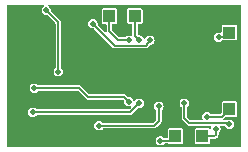
<source format=gbl>
G04 #@! TF.GenerationSoftware,KiCad,Pcbnew,(6.0.9)*
G04 #@! TF.CreationDate,2024-03-06T19:42:55+11:00*
G04 #@! TF.ProjectId,psneev8,70736e65-6576-4382-9e6b-696361645f70,rev?*
G04 #@! TF.SameCoordinates,Original*
G04 #@! TF.FileFunction,Copper,L2,Bot*
G04 #@! TF.FilePolarity,Positive*
%FSLAX46Y46*%
G04 Gerber Fmt 4.6, Leading zero omitted, Abs format (unit mm)*
G04 Created by KiCad (PCBNEW (6.0.9)) date 2024-03-06 19:42:55*
%MOMM*%
%LPD*%
G01*
G04 APERTURE LIST*
G04 #@! TA.AperFunction,SMDPad,CuDef*
%ADD10R,1.000000X1.000000*%
G04 #@! TD*
G04 #@! TA.AperFunction,ViaPad*
%ADD11C,0.500000*%
G04 #@! TD*
G04 #@! TA.AperFunction,Conductor*
%ADD12C,0.152400*%
G04 #@! TD*
G04 APERTURE END LIST*
D10*
X104394000Y-135382000D03*
X104394000Y-128905000D03*
X94234000Y-127508000D03*
X96393000Y-127508000D03*
X99822000Y-137668000D03*
X102108000Y-137668000D03*
D11*
X100584000Y-134874000D03*
X88900000Y-127029900D03*
X89916000Y-132207000D03*
X104394000Y-136652000D03*
X100330000Y-131953000D03*
X103505000Y-129286000D03*
X97663000Y-129540000D03*
X92837000Y-128143000D03*
X87884000Y-133604000D03*
X95885000Y-134747000D03*
X87757000Y-135636000D03*
X96774000Y-134874000D03*
X98425000Y-135128000D03*
X93345000Y-136779000D03*
X96774000Y-129540000D03*
X95885000Y-129540000D03*
X102489000Y-136017000D03*
X98552000Y-138049000D03*
X103251000Y-137033000D03*
D12*
X89916000Y-128045900D02*
X88900000Y-127029900D01*
X104394000Y-136652000D02*
X104296400Y-136554400D01*
X89916000Y-132207000D02*
X89916000Y-128045900D01*
X104296400Y-136554400D02*
X100994400Y-136554400D01*
X100994400Y-136554400D02*
X100584000Y-136144000D01*
X100584000Y-136144000D02*
X100584000Y-134874000D01*
X103505000Y-129286000D02*
X104013000Y-129286000D01*
X97536000Y-129794000D02*
X97663000Y-129667000D01*
X104013000Y-129286000D02*
X104394000Y-128905000D01*
X94712600Y-130018600D02*
X97311400Y-130018600D01*
X97663000Y-129667000D02*
X97663000Y-129540000D01*
X92837000Y-128143000D02*
X94712600Y-130018600D01*
X97311400Y-130018600D02*
X97536000Y-129794000D01*
X95758000Y-134620000D02*
X95885000Y-134747000D01*
X91694000Y-133604000D02*
X92456000Y-134366000D01*
X87884000Y-133604000D02*
X91694000Y-133604000D01*
X92456000Y-134366000D02*
X95504000Y-134366000D01*
X95504000Y-134366000D02*
X95758000Y-134620000D01*
X87757000Y-135636000D02*
X96012000Y-135636000D01*
X96012000Y-135636000D02*
X96774000Y-134874000D01*
X98044000Y-136779000D02*
X98425000Y-136398000D01*
X93345000Y-136779000D02*
X98044000Y-136779000D01*
X98425000Y-136398000D02*
X98425000Y-135128000D01*
X96774000Y-129540000D02*
X96393000Y-129159000D01*
X96393000Y-129159000D02*
X96393000Y-127508000D01*
X94234000Y-127508000D02*
X94234000Y-128778000D01*
X94996000Y-129540000D02*
X95885000Y-129540000D01*
X94234000Y-128778000D02*
X94996000Y-129540000D01*
X103759000Y-136017000D02*
X104394000Y-135382000D01*
X102489000Y-136017000D02*
X103759000Y-136017000D01*
X99441000Y-138049000D02*
X99822000Y-137668000D01*
X98552000Y-138049000D02*
X99441000Y-138049000D01*
X103251000Y-137033000D02*
X103251000Y-137541000D01*
X103251000Y-137541000D02*
X103124000Y-137668000D01*
X103124000Y-137668000D02*
X102108000Y-137668000D01*
G04 #@! TA.AperFunction,Conductor*
G36*
X88703539Y-126562313D02*
G01*
X88728849Y-126606150D01*
X88720059Y-126656000D01*
X88689568Y-126684934D01*
X88665420Y-126697238D01*
X88665415Y-126697242D01*
X88660229Y-126699884D01*
X88569984Y-126790129D01*
X88567343Y-126795312D01*
X88567341Y-126795315D01*
X88530296Y-126868021D01*
X88512043Y-126903845D01*
X88492078Y-127029900D01*
X88512043Y-127155955D01*
X88514686Y-127161143D01*
X88514687Y-127161145D01*
X88567341Y-127264485D01*
X88567343Y-127264488D01*
X88569984Y-127269671D01*
X88660229Y-127359916D01*
X88665412Y-127362557D01*
X88665415Y-127362559D01*
X88768755Y-127415213D01*
X88768757Y-127415214D01*
X88773945Y-127417857D01*
X88900000Y-127437822D01*
X88935210Y-127432245D01*
X88984898Y-127441903D01*
X88999112Y-127453008D01*
X89665226Y-128119123D01*
X89686618Y-128165000D01*
X89686900Y-128171449D01*
X89686900Y-131835661D01*
X89669587Y-131883227D01*
X89665226Y-131887987D01*
X89585984Y-131967229D01*
X89583343Y-131972412D01*
X89583341Y-131972415D01*
X89530687Y-132075755D01*
X89528043Y-132080945D01*
X89508078Y-132207000D01*
X89528043Y-132333055D01*
X89530686Y-132338243D01*
X89530687Y-132338245D01*
X89583341Y-132441585D01*
X89583343Y-132441588D01*
X89585984Y-132446771D01*
X89676229Y-132537016D01*
X89681412Y-132539657D01*
X89681415Y-132539659D01*
X89784755Y-132592313D01*
X89784757Y-132592314D01*
X89789945Y-132594957D01*
X89916000Y-132614922D01*
X90042055Y-132594957D01*
X90047243Y-132592314D01*
X90047245Y-132592313D01*
X90150585Y-132539659D01*
X90150588Y-132539657D01*
X90155771Y-132537016D01*
X90246016Y-132446771D01*
X90248657Y-132441588D01*
X90248659Y-132441585D01*
X90301313Y-132338245D01*
X90301314Y-132338243D01*
X90303957Y-132333055D01*
X90323922Y-132207000D01*
X90303957Y-132080945D01*
X90301313Y-132075755D01*
X90248659Y-131972415D01*
X90248657Y-131972412D01*
X90246016Y-131967229D01*
X90166774Y-131887987D01*
X90145382Y-131842111D01*
X90145100Y-131835661D01*
X90145100Y-128143000D01*
X92429078Y-128143000D01*
X92449043Y-128269055D01*
X92451686Y-128274243D01*
X92451687Y-128274245D01*
X92504341Y-128377585D01*
X92504343Y-128377588D01*
X92506984Y-128382771D01*
X92597229Y-128473016D01*
X92602412Y-128475657D01*
X92602415Y-128475659D01*
X92705755Y-128528313D01*
X92705757Y-128528314D01*
X92710945Y-128530957D01*
X92837000Y-128550922D01*
X92872210Y-128545345D01*
X92921898Y-128555003D01*
X92936112Y-128566108D01*
X94544995Y-130174992D01*
X94547662Y-130177802D01*
X94574930Y-130208086D01*
X94590531Y-130215032D01*
X94597626Y-130218191D01*
X94607827Y-130223730D01*
X94628664Y-130237261D01*
X94637348Y-130238636D01*
X94655868Y-130244123D01*
X94656795Y-130244536D01*
X94656799Y-130244537D01*
X94663903Y-130247700D01*
X94688747Y-130247700D01*
X94700323Y-130248611D01*
X94724858Y-130252497D01*
X94732370Y-130250484D01*
X94732374Y-130250484D01*
X94733351Y-130250222D01*
X94752504Y-130247700D01*
X97303465Y-130247700D01*
X97307338Y-130247801D01*
X97348039Y-130249934D01*
X97355297Y-130247148D01*
X97355298Y-130247148D01*
X97371229Y-130241033D01*
X97382359Y-130237736D01*
X97389226Y-130236276D01*
X97406665Y-130232569D01*
X97413780Y-130227400D01*
X97430753Y-130218184D01*
X97431699Y-130217821D01*
X97431700Y-130217820D01*
X97438964Y-130215032D01*
X97456533Y-130197463D01*
X97465363Y-130189922D01*
X97485458Y-130175322D01*
X97489854Y-130167708D01*
X97501614Y-130152382D01*
X97697178Y-129956818D01*
X97737927Y-129936055D01*
X97757925Y-129932887D01*
X97789055Y-129927957D01*
X97794243Y-129925314D01*
X97794245Y-129925313D01*
X97897585Y-129872659D01*
X97897588Y-129872657D01*
X97902771Y-129870016D01*
X97993016Y-129779771D01*
X97995657Y-129774588D01*
X97995659Y-129774585D01*
X98048313Y-129671245D01*
X98048314Y-129671243D01*
X98050957Y-129666055D01*
X98070922Y-129540000D01*
X98050957Y-129413945D01*
X98048313Y-129408755D01*
X97995659Y-129305415D01*
X97995657Y-129305412D01*
X97993016Y-129300229D01*
X97978787Y-129286000D01*
X103097078Y-129286000D01*
X103117043Y-129412055D01*
X103119686Y-129417243D01*
X103119687Y-129417245D01*
X103172341Y-129520585D01*
X103172343Y-129520588D01*
X103174984Y-129525771D01*
X103265229Y-129616016D01*
X103270412Y-129618657D01*
X103270415Y-129618659D01*
X103373755Y-129671313D01*
X103373757Y-129671314D01*
X103378945Y-129673957D01*
X103505000Y-129693922D01*
X103631055Y-129673957D01*
X103636243Y-129671314D01*
X103636245Y-129671313D01*
X103739585Y-129618659D01*
X103739588Y-129618657D01*
X103744771Y-129616016D01*
X103787537Y-129573250D01*
X103833413Y-129551858D01*
X103854300Y-129552998D01*
X103875373Y-129557190D01*
X103875374Y-129557190D01*
X103878943Y-129557900D01*
X104393929Y-129557900D01*
X104909056Y-129557899D01*
X104953658Y-129549028D01*
X104967170Y-129540000D01*
X104998173Y-129519284D01*
X105004234Y-129515234D01*
X105038028Y-129464658D01*
X105044916Y-129430034D01*
X105046190Y-129423627D01*
X105046190Y-129423626D01*
X105046900Y-129420057D01*
X105046899Y-128389944D01*
X105038028Y-128345342D01*
X105004234Y-128294766D01*
X104953658Y-128260972D01*
X104946513Y-128259551D01*
X104946511Y-128259550D01*
X104912627Y-128252810D01*
X104912626Y-128252810D01*
X104909057Y-128252100D01*
X104394071Y-128252100D01*
X103878944Y-128252101D01*
X103834342Y-128260972D01*
X103828284Y-128265020D01*
X103828282Y-128265021D01*
X103789827Y-128290716D01*
X103783766Y-128294766D01*
X103749972Y-128345342D01*
X103748551Y-128352487D01*
X103748550Y-128352489D01*
X103741810Y-128386373D01*
X103741100Y-128389943D01*
X103741101Y-128658900D01*
X103741101Y-128833357D01*
X103723788Y-128880923D01*
X103679951Y-128906233D01*
X103642391Y-128900619D01*
X103641784Y-128902487D01*
X103636245Y-128900688D01*
X103631055Y-128898043D01*
X103505000Y-128878078D01*
X103378945Y-128898043D01*
X103373757Y-128900686D01*
X103373755Y-128900687D01*
X103270415Y-128953341D01*
X103270412Y-128953343D01*
X103265229Y-128955984D01*
X103174984Y-129046229D01*
X103172343Y-129051412D01*
X103172341Y-129051415D01*
X103128400Y-129137655D01*
X103117043Y-129159945D01*
X103097078Y-129286000D01*
X97978787Y-129286000D01*
X97902771Y-129209984D01*
X97897588Y-129207343D01*
X97897585Y-129207341D01*
X97794245Y-129154687D01*
X97794243Y-129154686D01*
X97789055Y-129152043D01*
X97663000Y-129132078D01*
X97536945Y-129152043D01*
X97531757Y-129154686D01*
X97531755Y-129154687D01*
X97428415Y-129207341D01*
X97428412Y-129207343D01*
X97423229Y-129209984D01*
X97332984Y-129300229D01*
X97330343Y-129305412D01*
X97330341Y-129305415D01*
X97284435Y-129395512D01*
X97247414Y-129430034D01*
X97196865Y-129432684D01*
X97156438Y-129402220D01*
X97152565Y-129395512D01*
X97106659Y-129305415D01*
X97106657Y-129305412D01*
X97104016Y-129300229D01*
X97013771Y-129209984D01*
X97008588Y-129207343D01*
X97008585Y-129207341D01*
X96905245Y-129154687D01*
X96905243Y-129154686D01*
X96900055Y-129152043D01*
X96774000Y-129132078D01*
X96738790Y-129137655D01*
X96689103Y-129127997D01*
X96674889Y-129116892D01*
X96643774Y-129085777D01*
X96622382Y-129039901D01*
X96622100Y-129033451D01*
X96622100Y-128234899D01*
X96639413Y-128187333D01*
X96683250Y-128162023D01*
X96696100Y-128160899D01*
X96908056Y-128160899D01*
X96952658Y-128152028D01*
X96966170Y-128143000D01*
X96997173Y-128122284D01*
X97003234Y-128118234D01*
X97037028Y-128067658D01*
X97038451Y-128060508D01*
X97045190Y-128026627D01*
X97045190Y-128026626D01*
X97045900Y-128023057D01*
X97045899Y-126992944D01*
X97037028Y-126948342D01*
X97003234Y-126897766D01*
X96952658Y-126863972D01*
X96945513Y-126862551D01*
X96945511Y-126862550D01*
X96911627Y-126855810D01*
X96911626Y-126855810D01*
X96908057Y-126855100D01*
X96393071Y-126855100D01*
X95877944Y-126855101D01*
X95833342Y-126863972D01*
X95782766Y-126897766D01*
X95748972Y-126948342D01*
X95747551Y-126955487D01*
X95747550Y-126955489D01*
X95740810Y-126989373D01*
X95740100Y-126992943D01*
X95740101Y-128023056D01*
X95748972Y-128067658D01*
X95782766Y-128118234D01*
X95833342Y-128152028D01*
X95840487Y-128153449D01*
X95840489Y-128153450D01*
X95874373Y-128160190D01*
X95874374Y-128160190D01*
X95877943Y-128160900D01*
X96089900Y-128160900D01*
X96137466Y-128178213D01*
X96162776Y-128222050D01*
X96163900Y-128234900D01*
X96163900Y-129109164D01*
X96146587Y-129156730D01*
X96102750Y-129182040D01*
X96056305Y-129175098D01*
X96016250Y-129154689D01*
X96016245Y-129154687D01*
X96011055Y-129152043D01*
X95885000Y-129132078D01*
X95758945Y-129152043D01*
X95753757Y-129154686D01*
X95753755Y-129154687D01*
X95650415Y-129207341D01*
X95650412Y-129207343D01*
X95645229Y-129209984D01*
X95565987Y-129289226D01*
X95520111Y-129310618D01*
X95513661Y-129310900D01*
X95121548Y-129310900D01*
X95073982Y-129293587D01*
X95069222Y-129289226D01*
X94484774Y-128704777D01*
X94463382Y-128658900D01*
X94463100Y-128652451D01*
X94463100Y-128234899D01*
X94480413Y-128187333D01*
X94524250Y-128162023D01*
X94537100Y-128160899D01*
X94749056Y-128160899D01*
X94793658Y-128152028D01*
X94807170Y-128143000D01*
X94838173Y-128122284D01*
X94844234Y-128118234D01*
X94878028Y-128067658D01*
X94879451Y-128060508D01*
X94886190Y-128026627D01*
X94886190Y-128026626D01*
X94886900Y-128023057D01*
X94886899Y-126992944D01*
X94878028Y-126948342D01*
X94844234Y-126897766D01*
X94793658Y-126863972D01*
X94786513Y-126862551D01*
X94786511Y-126862550D01*
X94752627Y-126855810D01*
X94752626Y-126855810D01*
X94749057Y-126855100D01*
X94234071Y-126855100D01*
X93718944Y-126855101D01*
X93674342Y-126863972D01*
X93623766Y-126897766D01*
X93589972Y-126948342D01*
X93588551Y-126955487D01*
X93588550Y-126955489D01*
X93581810Y-126989373D01*
X93581100Y-126992943D01*
X93581101Y-128023056D01*
X93589972Y-128067658D01*
X93623766Y-128118234D01*
X93674342Y-128152028D01*
X93681487Y-128153449D01*
X93681489Y-128153450D01*
X93715373Y-128160190D01*
X93715374Y-128160190D01*
X93718943Y-128160900D01*
X93930900Y-128160900D01*
X93978466Y-128178213D01*
X94003776Y-128222050D01*
X94004900Y-128234900D01*
X94004900Y-128770065D01*
X94004799Y-128773939D01*
X94002897Y-128810224D01*
X93983118Y-128856818D01*
X93938016Y-128879799D01*
X93888694Y-128868411D01*
X93876675Y-128858679D01*
X93260108Y-128242111D01*
X93238716Y-128196234D01*
X93239345Y-128178213D01*
X93244922Y-128143000D01*
X93224957Y-128016945D01*
X93221042Y-128009261D01*
X93169659Y-127908415D01*
X93169657Y-127908412D01*
X93167016Y-127903229D01*
X93076771Y-127812984D01*
X93071588Y-127810343D01*
X93071585Y-127810341D01*
X92968245Y-127757687D01*
X92968243Y-127757686D01*
X92963055Y-127755043D01*
X92837000Y-127735078D01*
X92710945Y-127755043D01*
X92705757Y-127757686D01*
X92705755Y-127757687D01*
X92602415Y-127810341D01*
X92602412Y-127810343D01*
X92597229Y-127812984D01*
X92506984Y-127903229D01*
X92504343Y-127908412D01*
X92504341Y-127908415D01*
X92452958Y-128009261D01*
X92449043Y-128016945D01*
X92429078Y-128143000D01*
X90145100Y-128143000D01*
X90145100Y-128053835D01*
X90145201Y-128049962D01*
X90146927Y-128017025D01*
X90147334Y-128009261D01*
X90138433Y-127986071D01*
X90135136Y-127974941D01*
X90131586Y-127958243D01*
X90129969Y-127950635D01*
X90124800Y-127943520D01*
X90115584Y-127926547D01*
X90115221Y-127925601D01*
X90115220Y-127925600D01*
X90112432Y-127918336D01*
X90094863Y-127900767D01*
X90087322Y-127891937D01*
X90077293Y-127878134D01*
X90072722Y-127871842D01*
X90065108Y-127867446D01*
X90049782Y-127855686D01*
X89323108Y-127129011D01*
X89301716Y-127083134D01*
X89302345Y-127065113D01*
X89307922Y-127029900D01*
X89287957Y-126903845D01*
X89269704Y-126868021D01*
X89232659Y-126795315D01*
X89232657Y-126795312D01*
X89230016Y-126790129D01*
X89139771Y-126699884D01*
X89134585Y-126697242D01*
X89134580Y-126697238D01*
X89110432Y-126684934D01*
X89075910Y-126647914D01*
X89073260Y-126597364D01*
X89103724Y-126556938D01*
X89144027Y-126545000D01*
X105312500Y-126545000D01*
X105360066Y-126562313D01*
X105385376Y-126606150D01*
X105386500Y-126619000D01*
X105386500Y-138557000D01*
X105369187Y-138604566D01*
X105325350Y-138629876D01*
X105312500Y-138631000D01*
X85624500Y-138631000D01*
X85576934Y-138613687D01*
X85551624Y-138569850D01*
X85550500Y-138557000D01*
X85550500Y-138049000D01*
X98144078Y-138049000D01*
X98164043Y-138175055D01*
X98166686Y-138180243D01*
X98166687Y-138180245D01*
X98219341Y-138283585D01*
X98219343Y-138283588D01*
X98221984Y-138288771D01*
X98312229Y-138379016D01*
X98317412Y-138381657D01*
X98317415Y-138381659D01*
X98420755Y-138434313D01*
X98420757Y-138434314D01*
X98425945Y-138436957D01*
X98552000Y-138456922D01*
X98678055Y-138436957D01*
X98683243Y-138434314D01*
X98683245Y-138434313D01*
X98786585Y-138381659D01*
X98786588Y-138381657D01*
X98791771Y-138379016D01*
X98871013Y-138299774D01*
X98916889Y-138278382D01*
X98923339Y-138278100D01*
X99189118Y-138278100D01*
X99230231Y-138290572D01*
X99256283Y-138307980D01*
X99256285Y-138307981D01*
X99262342Y-138312028D01*
X99269487Y-138313449D01*
X99269489Y-138313450D01*
X99303373Y-138320190D01*
X99303374Y-138320190D01*
X99306943Y-138320900D01*
X99821929Y-138320900D01*
X100337056Y-138320899D01*
X100381658Y-138312028D01*
X100399998Y-138299774D01*
X100426173Y-138282284D01*
X100432234Y-138278234D01*
X100466028Y-138227658D01*
X100467451Y-138220508D01*
X100474190Y-138186627D01*
X100474190Y-138186626D01*
X100474900Y-138183057D01*
X100474899Y-137152944D01*
X100466028Y-137108342D01*
X100437989Y-137066378D01*
X100436284Y-137063827D01*
X100432234Y-137057766D01*
X100381658Y-137023972D01*
X100374513Y-137022551D01*
X100374511Y-137022550D01*
X100340627Y-137015810D01*
X100340626Y-137015810D01*
X100337057Y-137015100D01*
X99822071Y-137015100D01*
X99306944Y-137015101D01*
X99262342Y-137023972D01*
X99256284Y-137028020D01*
X99256282Y-137028021D01*
X99242376Y-137037313D01*
X99211766Y-137057766D01*
X99207716Y-137063827D01*
X99195066Y-137082760D01*
X99177972Y-137108342D01*
X99176551Y-137115487D01*
X99176550Y-137115489D01*
X99169810Y-137149373D01*
X99169100Y-137152943D01*
X99169100Y-137156583D01*
X99169101Y-137745900D01*
X99151788Y-137793466D01*
X99107951Y-137818776D01*
X99095101Y-137819900D01*
X98923339Y-137819900D01*
X98875773Y-137802587D01*
X98871013Y-137798226D01*
X98791771Y-137718984D01*
X98786588Y-137716343D01*
X98786585Y-137716341D01*
X98683245Y-137663687D01*
X98683243Y-137663686D01*
X98678055Y-137661043D01*
X98552000Y-137641078D01*
X98425945Y-137661043D01*
X98420757Y-137663686D01*
X98420755Y-137663687D01*
X98317415Y-137716341D01*
X98317412Y-137716343D01*
X98312229Y-137718984D01*
X98221984Y-137809229D01*
X98219343Y-137814412D01*
X98219341Y-137814415D01*
X98176073Y-137899334D01*
X98164043Y-137922945D01*
X98144078Y-138049000D01*
X85550500Y-138049000D01*
X85550500Y-136779000D01*
X92937078Y-136779000D01*
X92957043Y-136905055D01*
X92959686Y-136910243D01*
X92959687Y-136910245D01*
X93012341Y-137013585D01*
X93012343Y-137013588D01*
X93014984Y-137018771D01*
X93105229Y-137109016D01*
X93110412Y-137111657D01*
X93110415Y-137111659D01*
X93213755Y-137164313D01*
X93213757Y-137164314D01*
X93218945Y-137166957D01*
X93345000Y-137186922D01*
X93471055Y-137166957D01*
X93476243Y-137164314D01*
X93476245Y-137164313D01*
X93579585Y-137111659D01*
X93579588Y-137111657D01*
X93584771Y-137109016D01*
X93664013Y-137029774D01*
X93709889Y-137008382D01*
X93716339Y-137008100D01*
X98036065Y-137008100D01*
X98039938Y-137008201D01*
X98080639Y-137010334D01*
X98087897Y-137007548D01*
X98087898Y-137007548D01*
X98103829Y-137001433D01*
X98114959Y-136998136D01*
X98121826Y-136996676D01*
X98139265Y-136992969D01*
X98146380Y-136987800D01*
X98163353Y-136978584D01*
X98164299Y-136978221D01*
X98164300Y-136978220D01*
X98171564Y-136975432D01*
X98189133Y-136957863D01*
X98197963Y-136950322D01*
X98218058Y-136935722D01*
X98222454Y-136928108D01*
X98234214Y-136912782D01*
X98581382Y-136565614D01*
X98584192Y-136562947D01*
X98598995Y-136549618D01*
X98614486Y-136535670D01*
X98624594Y-136512967D01*
X98630126Y-136502779D01*
X98643661Y-136481937D01*
X98645036Y-136473253D01*
X98650523Y-136454732D01*
X98650936Y-136453805D01*
X98650937Y-136453801D01*
X98654100Y-136446697D01*
X98654100Y-136421853D01*
X98655011Y-136410277D01*
X98657680Y-136393425D01*
X98658897Y-136385742D01*
X98656884Y-136378230D01*
X98656884Y-136378226D01*
X98656622Y-136377249D01*
X98654100Y-136358096D01*
X98654100Y-135499339D01*
X98671413Y-135451773D01*
X98675774Y-135447013D01*
X98755016Y-135367771D01*
X98757657Y-135362588D01*
X98757659Y-135362585D01*
X98810313Y-135259245D01*
X98810314Y-135259243D01*
X98812957Y-135254055D01*
X98832922Y-135128000D01*
X98812957Y-135001945D01*
X98810313Y-134996755D01*
X98757659Y-134893415D01*
X98757657Y-134893412D01*
X98755016Y-134888229D01*
X98740787Y-134874000D01*
X100176078Y-134874000D01*
X100196043Y-135000055D01*
X100198686Y-135005243D01*
X100198687Y-135005245D01*
X100251341Y-135108585D01*
X100251343Y-135108588D01*
X100253984Y-135113771D01*
X100333226Y-135193013D01*
X100354618Y-135238889D01*
X100354900Y-135245339D01*
X100354900Y-136136065D01*
X100354799Y-136139938D01*
X100352666Y-136180639D01*
X100355452Y-136187897D01*
X100355452Y-136187898D01*
X100361567Y-136203829D01*
X100364864Y-136214959D01*
X100370031Y-136239265D01*
X100374997Y-136246100D01*
X100375200Y-136246379D01*
X100384416Y-136263353D01*
X100387568Y-136271564D01*
X100405137Y-136289133D01*
X100412678Y-136297963D01*
X100427278Y-136318058D01*
X100434757Y-136322376D01*
X100434892Y-136322454D01*
X100450218Y-136334214D01*
X100826786Y-136710782D01*
X100829453Y-136713592D01*
X100856730Y-136743886D01*
X100879433Y-136753994D01*
X100889621Y-136759526D01*
X100910463Y-136773061D01*
X100919146Y-136774436D01*
X100937668Y-136779923D01*
X100938595Y-136780336D01*
X100938599Y-136780337D01*
X100945703Y-136783500D01*
X100970547Y-136783500D01*
X100982123Y-136784411D01*
X101006658Y-136788297D01*
X101014170Y-136786284D01*
X101014174Y-136786284D01*
X101015151Y-136786022D01*
X101034304Y-136783500D01*
X102805184Y-136783500D01*
X102852750Y-136800813D01*
X102878060Y-136844650D01*
X102871118Y-136891095D01*
X102865689Y-136901750D01*
X102865687Y-136901755D01*
X102863043Y-136906945D01*
X102845801Y-137015812D01*
X102845067Y-137020445D01*
X102820527Y-137064717D01*
X102773270Y-137082858D01*
X102725409Y-137066378D01*
X102721844Y-137063168D01*
X102718234Y-137057766D01*
X102667658Y-137023972D01*
X102660513Y-137022551D01*
X102660511Y-137022550D01*
X102626627Y-137015810D01*
X102626626Y-137015810D01*
X102623057Y-137015100D01*
X102108071Y-137015100D01*
X101592944Y-137015101D01*
X101548342Y-137023972D01*
X101542284Y-137028020D01*
X101542282Y-137028021D01*
X101528376Y-137037313D01*
X101497766Y-137057766D01*
X101493716Y-137063827D01*
X101481066Y-137082760D01*
X101463972Y-137108342D01*
X101462551Y-137115487D01*
X101462550Y-137115489D01*
X101455810Y-137149373D01*
X101455100Y-137152943D01*
X101455101Y-138183056D01*
X101463972Y-138227658D01*
X101497766Y-138278234D01*
X101548342Y-138312028D01*
X101555487Y-138313449D01*
X101555489Y-138313450D01*
X101589373Y-138320190D01*
X101589374Y-138320190D01*
X101592943Y-138320900D01*
X102107929Y-138320900D01*
X102623056Y-138320899D01*
X102667658Y-138312028D01*
X102685998Y-138299774D01*
X102712173Y-138282284D01*
X102718234Y-138278234D01*
X102752028Y-138227658D01*
X102753451Y-138220508D01*
X102760190Y-138186627D01*
X102760190Y-138186626D01*
X102760900Y-138183057D01*
X102760900Y-137971100D01*
X102778213Y-137923534D01*
X102822050Y-137898224D01*
X102834900Y-137897100D01*
X103116065Y-137897100D01*
X103119938Y-137897201D01*
X103160639Y-137899334D01*
X103167897Y-137896548D01*
X103167898Y-137896548D01*
X103183829Y-137890433D01*
X103194959Y-137887136D01*
X103201826Y-137885676D01*
X103219265Y-137881969D01*
X103226380Y-137876800D01*
X103243353Y-137867584D01*
X103244301Y-137867220D01*
X103244302Y-137867220D01*
X103251564Y-137864432D01*
X103257062Y-137858934D01*
X103257067Y-137858931D01*
X103269134Y-137846864D01*
X103277960Y-137839325D01*
X103291768Y-137829293D01*
X103291770Y-137829291D01*
X103298058Y-137824722D01*
X103302454Y-137817108D01*
X103314214Y-137801782D01*
X103407401Y-137708596D01*
X103410211Y-137705930D01*
X103434706Y-137683874D01*
X103440486Y-137678670D01*
X103450592Y-137655972D01*
X103456131Y-137645771D01*
X103458587Y-137641989D01*
X103469661Y-137624936D01*
X103471036Y-137616252D01*
X103476523Y-137597732D01*
X103476936Y-137596805D01*
X103476937Y-137596801D01*
X103480100Y-137589697D01*
X103480100Y-137564853D01*
X103481011Y-137553276D01*
X103483680Y-137536425D01*
X103484897Y-137528742D01*
X103482884Y-137521230D01*
X103482884Y-137521226D01*
X103482622Y-137520249D01*
X103480100Y-137501096D01*
X103480100Y-137404339D01*
X103497413Y-137356773D01*
X103501774Y-137352013D01*
X103581016Y-137272771D01*
X103583657Y-137267588D01*
X103583659Y-137267585D01*
X103636313Y-137164245D01*
X103636314Y-137164243D01*
X103638957Y-137159055D01*
X103658922Y-137033000D01*
X103638957Y-136906945D01*
X103636313Y-136901755D01*
X103636311Y-136901750D01*
X103630882Y-136891095D01*
X103624713Y-136840854D01*
X103652282Y-136798401D01*
X103696816Y-136783500D01*
X103963470Y-136783500D01*
X104011036Y-136800813D01*
X104029404Y-136823904D01*
X104063984Y-136891771D01*
X104154229Y-136982016D01*
X104159412Y-136984657D01*
X104159415Y-136984659D01*
X104262755Y-137037313D01*
X104262757Y-137037314D01*
X104267945Y-137039957D01*
X104394000Y-137059922D01*
X104520055Y-137039957D01*
X104525243Y-137037314D01*
X104525245Y-137037313D01*
X104628585Y-136984659D01*
X104628588Y-136984657D01*
X104633771Y-136982016D01*
X104724016Y-136891771D01*
X104726657Y-136886588D01*
X104726659Y-136886585D01*
X104779313Y-136783245D01*
X104779314Y-136783243D01*
X104781957Y-136778055D01*
X104801922Y-136652000D01*
X104781957Y-136525945D01*
X104772638Y-136507655D01*
X104726659Y-136417415D01*
X104726657Y-136417412D01*
X104724016Y-136412229D01*
X104633771Y-136321984D01*
X104628588Y-136319343D01*
X104628585Y-136319341D01*
X104525245Y-136266687D01*
X104525243Y-136266686D01*
X104520055Y-136264043D01*
X104394000Y-136244078D01*
X104267945Y-136264043D01*
X104262757Y-136266686D01*
X104262755Y-136266687D01*
X104163549Y-136317235D01*
X104129954Y-136325300D01*
X103953348Y-136325300D01*
X103905782Y-136307987D01*
X103880472Y-136264150D01*
X103889262Y-136214300D01*
X103901022Y-136198974D01*
X103904133Y-136195863D01*
X103912963Y-136188322D01*
X103913547Y-136187898D01*
X103933058Y-136173722D01*
X103937454Y-136166108D01*
X103949214Y-136150782D01*
X104043422Y-136056574D01*
X104089298Y-136035182D01*
X104095748Y-136034900D01*
X104819450Y-136034899D01*
X104909056Y-136034899D01*
X104953658Y-136026028D01*
X104960715Y-136021313D01*
X104998173Y-135996284D01*
X105004234Y-135992234D01*
X105038028Y-135941658D01*
X105046900Y-135897057D01*
X105046899Y-134866944D01*
X105038028Y-134822342D01*
X105021753Y-134797984D01*
X105008284Y-134777827D01*
X105004234Y-134771766D01*
X104953658Y-134737972D01*
X104946513Y-134736551D01*
X104946511Y-134736550D01*
X104912627Y-134729810D01*
X104912626Y-134729810D01*
X104909057Y-134729100D01*
X104394071Y-134729100D01*
X103878944Y-134729101D01*
X103834342Y-134737972D01*
X103828284Y-134742020D01*
X103828282Y-134742021D01*
X103819416Y-134747945D01*
X103783766Y-134771766D01*
X103749972Y-134822342D01*
X103748551Y-134829487D01*
X103748550Y-134829489D01*
X103741810Y-134863373D01*
X103741100Y-134866943D01*
X103741101Y-135281922D01*
X103741101Y-135680250D01*
X103723788Y-135727816D01*
X103719427Y-135732576D01*
X103685777Y-135766226D01*
X103639901Y-135787618D01*
X103633451Y-135787900D01*
X102860339Y-135787900D01*
X102812773Y-135770587D01*
X102808013Y-135766226D01*
X102728771Y-135686984D01*
X102723588Y-135684343D01*
X102723585Y-135684341D01*
X102620245Y-135631687D01*
X102620243Y-135631686D01*
X102615055Y-135629043D01*
X102489000Y-135609078D01*
X102362945Y-135629043D01*
X102357757Y-135631686D01*
X102357755Y-135631687D01*
X102254415Y-135684341D01*
X102254412Y-135684343D01*
X102249229Y-135686984D01*
X102158984Y-135777229D01*
X102156343Y-135782412D01*
X102156341Y-135782415D01*
X102106677Y-135879887D01*
X102101043Y-135890945D01*
X102081078Y-136017000D01*
X102101043Y-136143055D01*
X102103686Y-136148243D01*
X102103687Y-136148245D01*
X102139079Y-136217705D01*
X102145247Y-136267946D01*
X102117678Y-136310399D01*
X102073144Y-136325300D01*
X101119948Y-136325300D01*
X101072382Y-136307987D01*
X101067622Y-136303626D01*
X100834774Y-136070777D01*
X100813382Y-136024900D01*
X100813100Y-136018451D01*
X100813100Y-135245339D01*
X100830413Y-135197773D01*
X100834774Y-135193013D01*
X100914016Y-135113771D01*
X100916657Y-135108588D01*
X100916659Y-135108585D01*
X100969313Y-135005245D01*
X100969314Y-135005243D01*
X100971957Y-135000055D01*
X100991922Y-134874000D01*
X100971957Y-134747945D01*
X100968939Y-134742021D01*
X100916659Y-134639415D01*
X100916657Y-134639412D01*
X100914016Y-134634229D01*
X100823771Y-134543984D01*
X100818588Y-134541343D01*
X100818585Y-134541341D01*
X100715245Y-134488687D01*
X100715243Y-134488686D01*
X100710055Y-134486043D01*
X100584000Y-134466078D01*
X100457945Y-134486043D01*
X100452757Y-134488686D01*
X100452755Y-134488687D01*
X100349415Y-134541341D01*
X100349412Y-134541343D01*
X100344229Y-134543984D01*
X100253984Y-134634229D01*
X100251343Y-134639412D01*
X100251341Y-134639415D01*
X100199061Y-134742021D01*
X100196043Y-134747945D01*
X100176078Y-134874000D01*
X98740787Y-134874000D01*
X98664771Y-134797984D01*
X98659588Y-134795343D01*
X98659585Y-134795341D01*
X98556245Y-134742687D01*
X98556243Y-134742686D01*
X98551055Y-134740043D01*
X98425000Y-134720078D01*
X98298945Y-134740043D01*
X98293757Y-134742686D01*
X98293755Y-134742687D01*
X98190415Y-134795341D01*
X98190412Y-134795343D01*
X98185229Y-134797984D01*
X98094984Y-134888229D01*
X98092343Y-134893412D01*
X98092341Y-134893415D01*
X98039687Y-134996755D01*
X98037043Y-135001945D01*
X98017078Y-135128000D01*
X98037043Y-135254055D01*
X98039686Y-135259243D01*
X98039687Y-135259245D01*
X98092341Y-135362585D01*
X98092343Y-135362588D01*
X98094984Y-135367771D01*
X98174226Y-135447013D01*
X98195618Y-135492889D01*
X98195900Y-135499339D01*
X98195900Y-136272452D01*
X98178587Y-136320018D01*
X98174226Y-136324778D01*
X97970777Y-136528226D01*
X97924900Y-136549618D01*
X97918451Y-136549900D01*
X93716339Y-136549900D01*
X93668773Y-136532587D01*
X93664013Y-136528226D01*
X93584771Y-136448984D01*
X93579588Y-136446343D01*
X93579585Y-136446341D01*
X93476245Y-136393687D01*
X93476243Y-136393686D01*
X93471055Y-136391043D01*
X93345000Y-136371078D01*
X93218945Y-136391043D01*
X93213757Y-136393686D01*
X93213755Y-136393687D01*
X93110415Y-136446341D01*
X93110412Y-136446343D01*
X93105229Y-136448984D01*
X93014984Y-136539229D01*
X93012343Y-136544412D01*
X93012341Y-136544415D01*
X93002899Y-136562947D01*
X92957043Y-136652945D01*
X92937078Y-136779000D01*
X85550500Y-136779000D01*
X85550500Y-135636000D01*
X87349078Y-135636000D01*
X87369043Y-135762055D01*
X87371686Y-135767243D01*
X87371687Y-135767245D01*
X87424341Y-135870585D01*
X87424343Y-135870588D01*
X87426984Y-135875771D01*
X87517229Y-135966016D01*
X87522412Y-135968657D01*
X87522415Y-135968659D01*
X87625755Y-136021313D01*
X87625757Y-136021314D01*
X87630945Y-136023957D01*
X87757000Y-136043922D01*
X87883055Y-136023957D01*
X87888243Y-136021314D01*
X87888245Y-136021313D01*
X87991585Y-135968659D01*
X87991588Y-135968657D01*
X87996771Y-135966016D01*
X88076013Y-135886774D01*
X88121889Y-135865382D01*
X88128339Y-135865100D01*
X96004065Y-135865100D01*
X96007938Y-135865201D01*
X96048639Y-135867334D01*
X96055897Y-135864548D01*
X96055898Y-135864548D01*
X96071829Y-135858433D01*
X96082959Y-135855136D01*
X96089826Y-135853676D01*
X96107265Y-135849969D01*
X96114380Y-135844800D01*
X96131353Y-135835584D01*
X96132299Y-135835221D01*
X96132300Y-135835220D01*
X96139564Y-135832432D01*
X96157133Y-135814863D01*
X96165963Y-135807322D01*
X96186058Y-135792722D01*
X96190454Y-135785108D01*
X96202214Y-135769782D01*
X96674889Y-135297108D01*
X96720766Y-135275716D01*
X96738787Y-135276345D01*
X96774000Y-135281922D01*
X96900055Y-135261957D01*
X96905243Y-135259314D01*
X96905245Y-135259313D01*
X97008585Y-135206659D01*
X97008588Y-135206657D01*
X97013771Y-135204016D01*
X97104016Y-135113771D01*
X97106657Y-135108588D01*
X97106659Y-135108585D01*
X97159313Y-135005245D01*
X97159314Y-135005243D01*
X97161957Y-135000055D01*
X97181922Y-134874000D01*
X97161957Y-134747945D01*
X97158939Y-134742021D01*
X97106659Y-134639415D01*
X97106657Y-134639412D01*
X97104016Y-134634229D01*
X97013771Y-134543984D01*
X97008588Y-134541343D01*
X97008585Y-134541341D01*
X96905245Y-134488687D01*
X96905243Y-134488686D01*
X96900055Y-134486043D01*
X96774000Y-134466078D01*
X96647945Y-134486043D01*
X96642757Y-134488686D01*
X96642755Y-134488687D01*
X96539415Y-134541341D01*
X96539412Y-134541343D01*
X96534229Y-134543984D01*
X96443984Y-134634229D01*
X96418514Y-134684217D01*
X96381495Y-134718738D01*
X96330945Y-134721388D01*
X96290519Y-134690925D01*
X96279491Y-134662198D01*
X96273868Y-134626698D01*
X96272957Y-134620945D01*
X96262233Y-134599897D01*
X96217659Y-134512415D01*
X96217657Y-134512412D01*
X96215016Y-134507229D01*
X96124771Y-134416984D01*
X96119588Y-134414343D01*
X96119585Y-134414341D01*
X96016245Y-134361687D01*
X96016243Y-134361686D01*
X96011055Y-134359043D01*
X95885000Y-134339078D01*
X95849790Y-134344655D01*
X95800102Y-134334997D01*
X95785888Y-134323892D01*
X95671596Y-134209599D01*
X95668930Y-134206789D01*
X95646874Y-134182294D01*
X95641670Y-134176514D01*
X95618972Y-134166408D01*
X95608771Y-134160869D01*
X95587936Y-134147339D01*
X95579252Y-134145964D01*
X95560732Y-134140477D01*
X95559805Y-134140064D01*
X95559801Y-134140063D01*
X95552697Y-134136900D01*
X95527853Y-134136900D01*
X95516276Y-134135989D01*
X95504451Y-134134116D01*
X95491742Y-134132103D01*
X95484230Y-134134116D01*
X95484226Y-134134116D01*
X95483249Y-134134378D01*
X95464096Y-134136900D01*
X92581548Y-134136900D01*
X92533982Y-134119587D01*
X92529222Y-134115226D01*
X91861605Y-133447608D01*
X91858938Y-133444798D01*
X91836873Y-133420293D01*
X91831670Y-133414514D01*
X91808972Y-133404408D01*
X91798771Y-133398869D01*
X91777936Y-133385339D01*
X91769252Y-133383964D01*
X91750732Y-133378477D01*
X91749805Y-133378064D01*
X91749801Y-133378063D01*
X91742697Y-133374900D01*
X91717853Y-133374900D01*
X91706276Y-133373989D01*
X91694451Y-133372116D01*
X91681742Y-133370103D01*
X91674230Y-133372116D01*
X91674226Y-133372116D01*
X91673249Y-133372378D01*
X91654096Y-133374900D01*
X88255339Y-133374900D01*
X88207773Y-133357587D01*
X88203013Y-133353226D01*
X88123771Y-133273984D01*
X88118588Y-133271343D01*
X88118585Y-133271341D01*
X88015245Y-133218687D01*
X88015243Y-133218686D01*
X88010055Y-133216043D01*
X87884000Y-133196078D01*
X87757945Y-133216043D01*
X87752757Y-133218686D01*
X87752755Y-133218687D01*
X87649415Y-133271341D01*
X87649412Y-133271343D01*
X87644229Y-133273984D01*
X87553984Y-133364229D01*
X87551343Y-133369412D01*
X87551341Y-133369415D01*
X87511500Y-133447608D01*
X87496043Y-133477945D01*
X87476078Y-133604000D01*
X87496043Y-133730055D01*
X87498686Y-133735243D01*
X87498687Y-133735245D01*
X87551341Y-133838585D01*
X87551343Y-133838588D01*
X87553984Y-133843771D01*
X87644229Y-133934016D01*
X87649412Y-133936657D01*
X87649415Y-133936659D01*
X87752755Y-133989313D01*
X87752757Y-133989314D01*
X87757945Y-133991957D01*
X87884000Y-134011922D01*
X88010055Y-133991957D01*
X88015243Y-133989314D01*
X88015245Y-133989313D01*
X88118585Y-133936659D01*
X88118588Y-133936657D01*
X88123771Y-133934016D01*
X88203013Y-133854774D01*
X88248889Y-133833382D01*
X88255339Y-133833100D01*
X91568452Y-133833100D01*
X91616018Y-133850413D01*
X91620778Y-133854774D01*
X91972792Y-134206789D01*
X92288395Y-134522392D01*
X92291062Y-134525202D01*
X92318330Y-134555486D01*
X92325434Y-134558649D01*
X92341021Y-134565589D01*
X92351223Y-134571128D01*
X92372064Y-134584662D01*
X92380749Y-134586037D01*
X92399270Y-134591523D01*
X92407303Y-134595100D01*
X92432147Y-134595100D01*
X92443722Y-134596011D01*
X92468259Y-134599897D01*
X92475771Y-134597884D01*
X92475775Y-134597884D01*
X92476752Y-134597622D01*
X92495905Y-134595100D01*
X95378452Y-134595100D01*
X95426018Y-134612413D01*
X95430778Y-134616774D01*
X95461892Y-134647888D01*
X95483284Y-134693764D01*
X95482655Y-134711787D01*
X95477078Y-134747000D01*
X95497043Y-134873055D01*
X95499686Y-134878243D01*
X95499687Y-134878245D01*
X95552341Y-134981585D01*
X95552343Y-134981588D01*
X95554984Y-134986771D01*
X95645229Y-135077016D01*
X95650412Y-135079657D01*
X95650415Y-135079659D01*
X95753755Y-135132313D01*
X95753757Y-135132314D01*
X95758945Y-135134957D01*
X95885000Y-135154922D01*
X95997599Y-135137088D01*
X96047287Y-135146747D01*
X96079142Y-135186085D01*
X96078259Y-135236696D01*
X96061500Y-135262503D01*
X95938777Y-135385226D01*
X95892901Y-135406618D01*
X95886451Y-135406900D01*
X88128339Y-135406900D01*
X88080773Y-135389587D01*
X88076013Y-135385226D01*
X87996771Y-135305984D01*
X87991588Y-135303343D01*
X87991585Y-135303341D01*
X87888245Y-135250687D01*
X87888243Y-135250686D01*
X87883055Y-135248043D01*
X87757000Y-135228078D01*
X87630945Y-135248043D01*
X87625757Y-135250686D01*
X87625755Y-135250687D01*
X87522415Y-135303341D01*
X87522412Y-135303343D01*
X87517229Y-135305984D01*
X87426984Y-135396229D01*
X87424343Y-135401412D01*
X87424341Y-135401415D01*
X87377733Y-135492889D01*
X87369043Y-135509945D01*
X87349078Y-135636000D01*
X85550500Y-135636000D01*
X85550500Y-126619000D01*
X85567813Y-126571434D01*
X85611650Y-126546124D01*
X85624500Y-126545000D01*
X88655973Y-126545000D01*
X88703539Y-126562313D01*
G37*
G04 #@! TD.AperFunction*
M02*

</source>
